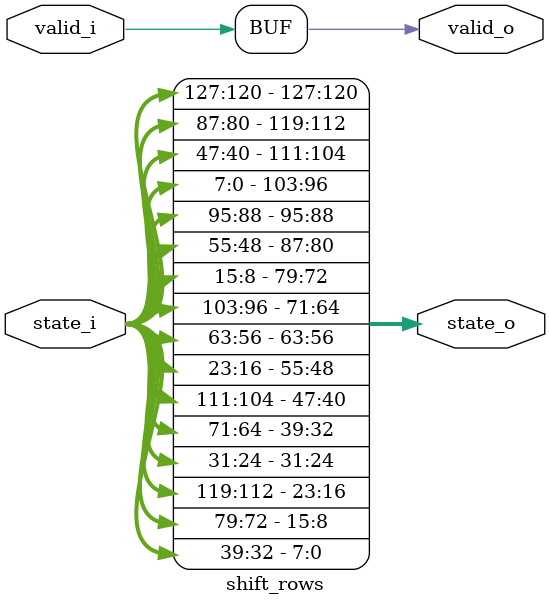
<source format=sv>
module shift_rows(
    input  logic         valid_i,
    input  logic [127:0] state_i,
    output logic         valid_o,
    output logic [127:0] state_o
);

// Row 0
assign state_o[127:120] = state_i[127:120];
assign state_o[95:88]   = state_i[95:88];
assign state_o[63:56]   = state_i[63:56];
assign state_o[31:24]   = state_i[31:24];

// Row 1
assign state_o[119:112] = state_i[87:80];
assign state_o[87:80]   = state_i[55:48];
assign state_o[55:48]   = state_i[23:16];
assign state_o[23:16]   = state_i[119:112];

// Row 2
assign state_o[111:104] = state_i[47:40];
assign state_o[79:72]   = state_i[15:8];
assign state_o[47:40]   = state_i[111:104];
assign state_o[15:8]    = state_i[79:72];

// Row 3
assign state_o[103:96]  = state_i[7:0];
assign state_o[71:64]   = state_i[103:96];
assign state_o[39:32]   = state_i[71:64];
assign state_o[7:0]     = state_i[39:32];

assign valid_o = valid_i;

endmodule

</source>
